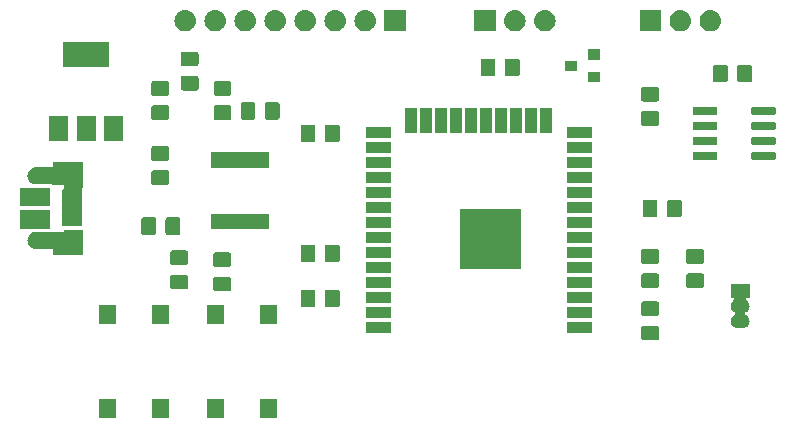
<source format=gbr>
G04 #@! TF.GenerationSoftware,KiCad,Pcbnew,(5.1.4)-1*
G04 #@! TF.CreationDate,2020-02-15T22:34:10+00:00*
G04 #@! TF.ProjectId,ESP32-Telemetry,45535033-322d-4546-956c-656d65747279,rev?*
G04 #@! TF.SameCoordinates,Original*
G04 #@! TF.FileFunction,Soldermask,Top*
G04 #@! TF.FilePolarity,Negative*
%FSLAX46Y46*%
G04 Gerber Fmt 4.6, Leading zero omitted, Abs format (unit mm)*
G04 Created by KiCad (PCBNEW (5.1.4)-1) date 2020-02-15 22:34:10*
%MOMM*%
%LPD*%
G04 APERTURE LIST*
%ADD10C,0.100000*%
G04 APERTURE END LIST*
D10*
G36*
X125887000Y-105390000D02*
G01*
X124485000Y-105390000D01*
X124485000Y-103738000D01*
X125887000Y-103738000D01*
X125887000Y-105390000D01*
X125887000Y-105390000D01*
G37*
G36*
X121387000Y-105390000D02*
G01*
X119985000Y-105390000D01*
X119985000Y-103738000D01*
X121387000Y-103738000D01*
X121387000Y-105390000D01*
X121387000Y-105390000D01*
G37*
G36*
X116743000Y-105390000D02*
G01*
X115341000Y-105390000D01*
X115341000Y-103738000D01*
X116743000Y-103738000D01*
X116743000Y-105390000D01*
X116743000Y-105390000D01*
G37*
G36*
X112243000Y-105390000D02*
G01*
X110841000Y-105390000D01*
X110841000Y-103738000D01*
X112243000Y-103738000D01*
X112243000Y-105390000D01*
X112243000Y-105390000D01*
G37*
G36*
X158068674Y-97558465D02*
G01*
X158106367Y-97569899D01*
X158141103Y-97588466D01*
X158171548Y-97613452D01*
X158196534Y-97643897D01*
X158215101Y-97678633D01*
X158226535Y-97716326D01*
X158231000Y-97761661D01*
X158231000Y-98598339D01*
X158226535Y-98643674D01*
X158215101Y-98681367D01*
X158196534Y-98716103D01*
X158171548Y-98746548D01*
X158141103Y-98771534D01*
X158106367Y-98790101D01*
X158068674Y-98801535D01*
X158023339Y-98806000D01*
X156936661Y-98806000D01*
X156891326Y-98801535D01*
X156853633Y-98790101D01*
X156818897Y-98771534D01*
X156788452Y-98746548D01*
X156763466Y-98716103D01*
X156744899Y-98681367D01*
X156733465Y-98643674D01*
X156729000Y-98598339D01*
X156729000Y-97761661D01*
X156733465Y-97716326D01*
X156744899Y-97678633D01*
X156763466Y-97643897D01*
X156788452Y-97613452D01*
X156818897Y-97588466D01*
X156853633Y-97569899D01*
X156891326Y-97558465D01*
X156936661Y-97554000D01*
X158023339Y-97554000D01*
X158068674Y-97558465D01*
X158068674Y-97558465D01*
G37*
G36*
X152527600Y-98217000D02*
G01*
X150425600Y-98217000D01*
X150425600Y-97215000D01*
X152527600Y-97215000D01*
X152527600Y-98217000D01*
X152527600Y-98217000D01*
G37*
G36*
X135527600Y-98217000D02*
G01*
X133425600Y-98217000D01*
X133425600Y-97215000D01*
X135527600Y-97215000D01*
X135527600Y-98217000D01*
X135527600Y-98217000D01*
G37*
G36*
X165901000Y-95191000D02*
G01*
X165736660Y-95191000D01*
X165712274Y-95193402D01*
X165688825Y-95200515D01*
X165667214Y-95212066D01*
X165648272Y-95227611D01*
X165632727Y-95246553D01*
X165621176Y-95268164D01*
X165614063Y-95291613D01*
X165611661Y-95315999D01*
X165614063Y-95340385D01*
X165621176Y-95363834D01*
X165632727Y-95385445D01*
X165648272Y-95404387D01*
X165657345Y-95412609D01*
X165734264Y-95475736D01*
X165806244Y-95563443D01*
X165839126Y-95624962D01*
X165859728Y-95663505D01*
X165859729Y-95663508D01*
X165892666Y-95772084D01*
X165903787Y-95885000D01*
X165892666Y-95997916D01*
X165859729Y-96106492D01*
X165859728Y-96106495D01*
X165840429Y-96142601D01*
X165806244Y-96206557D01*
X165734264Y-96294264D01*
X165646557Y-96366244D01*
X165565141Y-96409761D01*
X165544766Y-96423375D01*
X165527439Y-96440702D01*
X165513826Y-96461076D01*
X165504448Y-96483715D01*
X165499668Y-96507748D01*
X165499668Y-96532252D01*
X165504448Y-96556285D01*
X165513826Y-96578924D01*
X165527440Y-96599299D01*
X165544767Y-96616626D01*
X165565141Y-96630239D01*
X165646557Y-96673756D01*
X165734264Y-96745736D01*
X165806244Y-96833443D01*
X165840429Y-96897399D01*
X165859728Y-96933505D01*
X165859729Y-96933508D01*
X165892666Y-97042084D01*
X165903787Y-97155000D01*
X165892666Y-97267916D01*
X165859729Y-97376492D01*
X165859728Y-97376495D01*
X165840429Y-97412601D01*
X165806244Y-97476557D01*
X165734264Y-97564264D01*
X165646557Y-97636244D01*
X165582601Y-97670429D01*
X165546495Y-97689728D01*
X165546492Y-97689729D01*
X165437916Y-97722666D01*
X165353298Y-97731000D01*
X164846702Y-97731000D01*
X164762084Y-97722666D01*
X164653508Y-97689729D01*
X164653505Y-97689728D01*
X164617399Y-97670429D01*
X164553443Y-97636244D01*
X164465736Y-97564264D01*
X164393756Y-97476557D01*
X164359571Y-97412601D01*
X164340272Y-97376495D01*
X164340271Y-97376492D01*
X164307334Y-97267916D01*
X164296213Y-97155000D01*
X164307334Y-97042084D01*
X164340271Y-96933508D01*
X164340272Y-96933505D01*
X164359571Y-96897399D01*
X164393756Y-96833443D01*
X164465736Y-96745736D01*
X164553443Y-96673756D01*
X164634859Y-96630239D01*
X164655234Y-96616625D01*
X164672561Y-96599298D01*
X164686174Y-96578924D01*
X164695552Y-96556285D01*
X164700332Y-96532252D01*
X164700332Y-96507748D01*
X164695552Y-96483715D01*
X164686174Y-96461076D01*
X164672560Y-96440701D01*
X164655233Y-96423374D01*
X164634859Y-96409761D01*
X164553443Y-96366244D01*
X164465736Y-96294264D01*
X164393756Y-96206557D01*
X164359571Y-96142601D01*
X164340272Y-96106495D01*
X164340271Y-96106492D01*
X164307334Y-95997916D01*
X164296213Y-95885000D01*
X164307334Y-95772084D01*
X164340271Y-95663508D01*
X164340272Y-95663505D01*
X164360874Y-95624962D01*
X164393756Y-95563443D01*
X164465736Y-95475736D01*
X164542646Y-95412617D01*
X164559965Y-95395298D01*
X164573579Y-95374923D01*
X164582957Y-95352284D01*
X164587737Y-95328251D01*
X164587737Y-95303747D01*
X164582957Y-95279714D01*
X164573579Y-95257075D01*
X164559966Y-95236701D01*
X164542639Y-95219374D01*
X164522264Y-95205760D01*
X164499625Y-95196382D01*
X164475592Y-95191602D01*
X164463340Y-95191000D01*
X164299000Y-95191000D01*
X164299000Y-94039000D01*
X165901000Y-94039000D01*
X165901000Y-95191000D01*
X165901000Y-95191000D01*
G37*
G36*
X121387000Y-97430000D02*
G01*
X119985000Y-97430000D01*
X119985000Y-95778000D01*
X121387000Y-95778000D01*
X121387000Y-97430000D01*
X121387000Y-97430000D01*
G37*
G36*
X125887000Y-97430000D02*
G01*
X124485000Y-97430000D01*
X124485000Y-95778000D01*
X125887000Y-95778000D01*
X125887000Y-97430000D01*
X125887000Y-97430000D01*
G37*
G36*
X116743000Y-97430000D02*
G01*
X115341000Y-97430000D01*
X115341000Y-95778000D01*
X116743000Y-95778000D01*
X116743000Y-97430000D01*
X116743000Y-97430000D01*
G37*
G36*
X112243000Y-97430000D02*
G01*
X110841000Y-97430000D01*
X110841000Y-95778000D01*
X112243000Y-95778000D01*
X112243000Y-97430000D01*
X112243000Y-97430000D01*
G37*
G36*
X135527600Y-96947000D02*
G01*
X133425600Y-96947000D01*
X133425600Y-95945000D01*
X135527600Y-95945000D01*
X135527600Y-96947000D01*
X135527600Y-96947000D01*
G37*
G36*
X152527600Y-96947000D02*
G01*
X150425600Y-96947000D01*
X150425600Y-95945000D01*
X152527600Y-95945000D01*
X152527600Y-96947000D01*
X152527600Y-96947000D01*
G37*
G36*
X158068674Y-95508465D02*
G01*
X158106367Y-95519899D01*
X158141103Y-95538466D01*
X158171548Y-95563452D01*
X158196534Y-95593897D01*
X158215101Y-95628633D01*
X158226535Y-95666326D01*
X158231000Y-95711661D01*
X158231000Y-96548339D01*
X158226535Y-96593674D01*
X158215101Y-96631367D01*
X158196534Y-96666103D01*
X158171548Y-96696548D01*
X158141103Y-96721534D01*
X158106367Y-96740101D01*
X158068674Y-96751535D01*
X158023339Y-96756000D01*
X156936661Y-96756000D01*
X156891326Y-96751535D01*
X156853633Y-96740101D01*
X156818897Y-96721534D01*
X156788452Y-96696548D01*
X156763466Y-96666103D01*
X156744899Y-96631367D01*
X156733465Y-96593674D01*
X156729000Y-96548339D01*
X156729000Y-95711661D01*
X156733465Y-95666326D01*
X156744899Y-95628633D01*
X156763466Y-95593897D01*
X156788452Y-95563452D01*
X156818897Y-95538466D01*
X156853633Y-95519899D01*
X156891326Y-95508465D01*
X156936661Y-95504000D01*
X158023339Y-95504000D01*
X158068674Y-95508465D01*
X158068674Y-95508465D01*
G37*
G36*
X128978674Y-94503465D02*
G01*
X129016367Y-94514899D01*
X129051103Y-94533466D01*
X129081548Y-94558452D01*
X129106534Y-94588897D01*
X129125101Y-94623633D01*
X129136535Y-94661326D01*
X129141000Y-94706661D01*
X129141000Y-95793339D01*
X129136535Y-95838674D01*
X129125101Y-95876367D01*
X129106534Y-95911103D01*
X129081548Y-95941548D01*
X129051103Y-95966534D01*
X129016367Y-95985101D01*
X128978674Y-95996535D01*
X128933339Y-96001000D01*
X128096661Y-96001000D01*
X128051326Y-95996535D01*
X128013633Y-95985101D01*
X127978897Y-95966534D01*
X127948452Y-95941548D01*
X127923466Y-95911103D01*
X127904899Y-95876367D01*
X127893465Y-95838674D01*
X127889000Y-95793339D01*
X127889000Y-94706661D01*
X127893465Y-94661326D01*
X127904899Y-94623633D01*
X127923466Y-94588897D01*
X127948452Y-94558452D01*
X127978897Y-94533466D01*
X128013633Y-94514899D01*
X128051326Y-94503465D01*
X128096661Y-94499000D01*
X128933339Y-94499000D01*
X128978674Y-94503465D01*
X128978674Y-94503465D01*
G37*
G36*
X131028674Y-94503465D02*
G01*
X131066367Y-94514899D01*
X131101103Y-94533466D01*
X131131548Y-94558452D01*
X131156534Y-94588897D01*
X131175101Y-94623633D01*
X131186535Y-94661326D01*
X131191000Y-94706661D01*
X131191000Y-95793339D01*
X131186535Y-95838674D01*
X131175101Y-95876367D01*
X131156534Y-95911103D01*
X131131548Y-95941548D01*
X131101103Y-95966534D01*
X131066367Y-95985101D01*
X131028674Y-95996535D01*
X130983339Y-96001000D01*
X130146661Y-96001000D01*
X130101326Y-95996535D01*
X130063633Y-95985101D01*
X130028897Y-95966534D01*
X129998452Y-95941548D01*
X129973466Y-95911103D01*
X129954899Y-95876367D01*
X129943465Y-95838674D01*
X129939000Y-95793339D01*
X129939000Y-94706661D01*
X129943465Y-94661326D01*
X129954899Y-94623633D01*
X129973466Y-94588897D01*
X129998452Y-94558452D01*
X130028897Y-94533466D01*
X130063633Y-94514899D01*
X130101326Y-94503465D01*
X130146661Y-94499000D01*
X130983339Y-94499000D01*
X131028674Y-94503465D01*
X131028674Y-94503465D01*
G37*
G36*
X152527600Y-95677000D02*
G01*
X150425600Y-95677000D01*
X150425600Y-94675000D01*
X152527600Y-94675000D01*
X152527600Y-95677000D01*
X152527600Y-95677000D01*
G37*
G36*
X135527600Y-95677000D02*
G01*
X133425600Y-95677000D01*
X133425600Y-94675000D01*
X135527600Y-94675000D01*
X135527600Y-95677000D01*
X135527600Y-95677000D01*
G37*
G36*
X121838674Y-93403465D02*
G01*
X121876367Y-93414899D01*
X121911103Y-93433466D01*
X121941548Y-93458452D01*
X121966534Y-93488897D01*
X121985101Y-93523633D01*
X121996535Y-93561326D01*
X122001000Y-93606661D01*
X122001000Y-94443339D01*
X121996535Y-94488674D01*
X121985101Y-94526367D01*
X121966534Y-94561103D01*
X121941548Y-94591548D01*
X121911103Y-94616534D01*
X121876367Y-94635101D01*
X121838674Y-94646535D01*
X121793339Y-94651000D01*
X120706661Y-94651000D01*
X120661326Y-94646535D01*
X120623633Y-94635101D01*
X120588897Y-94616534D01*
X120558452Y-94591548D01*
X120533466Y-94561103D01*
X120514899Y-94526367D01*
X120503465Y-94488674D01*
X120499000Y-94443339D01*
X120499000Y-93606661D01*
X120503465Y-93561326D01*
X120514899Y-93523633D01*
X120533466Y-93488897D01*
X120558452Y-93458452D01*
X120588897Y-93433466D01*
X120623633Y-93414899D01*
X120661326Y-93403465D01*
X120706661Y-93399000D01*
X121793339Y-93399000D01*
X121838674Y-93403465D01*
X121838674Y-93403465D01*
G37*
G36*
X118190674Y-93240465D02*
G01*
X118228367Y-93251899D01*
X118263103Y-93270466D01*
X118293548Y-93295452D01*
X118318534Y-93325897D01*
X118337101Y-93360633D01*
X118348535Y-93398326D01*
X118353000Y-93443661D01*
X118353000Y-94280339D01*
X118348535Y-94325674D01*
X118337101Y-94363367D01*
X118318534Y-94398103D01*
X118293548Y-94428548D01*
X118263103Y-94453534D01*
X118228367Y-94472101D01*
X118190674Y-94483535D01*
X118145339Y-94488000D01*
X117058661Y-94488000D01*
X117013326Y-94483535D01*
X116975633Y-94472101D01*
X116940897Y-94453534D01*
X116910452Y-94428548D01*
X116885466Y-94398103D01*
X116866899Y-94363367D01*
X116855465Y-94325674D01*
X116851000Y-94280339D01*
X116851000Y-93443661D01*
X116855465Y-93398326D01*
X116866899Y-93360633D01*
X116885466Y-93325897D01*
X116910452Y-93295452D01*
X116940897Y-93270466D01*
X116975633Y-93251899D01*
X117013326Y-93240465D01*
X117058661Y-93236000D01*
X118145339Y-93236000D01*
X118190674Y-93240465D01*
X118190674Y-93240465D01*
G37*
G36*
X135527600Y-94407000D02*
G01*
X133425600Y-94407000D01*
X133425600Y-93405000D01*
X135527600Y-93405000D01*
X135527600Y-94407000D01*
X135527600Y-94407000D01*
G37*
G36*
X152527600Y-94407000D02*
G01*
X150425600Y-94407000D01*
X150425600Y-93405000D01*
X152527600Y-93405000D01*
X152527600Y-94407000D01*
X152527600Y-94407000D01*
G37*
G36*
X161878674Y-93113465D02*
G01*
X161916367Y-93124899D01*
X161951103Y-93143466D01*
X161981548Y-93168452D01*
X162006534Y-93198897D01*
X162025101Y-93233633D01*
X162036535Y-93271326D01*
X162041000Y-93316661D01*
X162041000Y-94153339D01*
X162036535Y-94198674D01*
X162025101Y-94236367D01*
X162006534Y-94271103D01*
X161981548Y-94301548D01*
X161951103Y-94326534D01*
X161916367Y-94345101D01*
X161878674Y-94356535D01*
X161833339Y-94361000D01*
X160746661Y-94361000D01*
X160701326Y-94356535D01*
X160663633Y-94345101D01*
X160628897Y-94326534D01*
X160598452Y-94301548D01*
X160573466Y-94271103D01*
X160554899Y-94236367D01*
X160543465Y-94198674D01*
X160539000Y-94153339D01*
X160539000Y-93316661D01*
X160543465Y-93271326D01*
X160554899Y-93233633D01*
X160573466Y-93198897D01*
X160598452Y-93168452D01*
X160628897Y-93143466D01*
X160663633Y-93124899D01*
X160701326Y-93113465D01*
X160746661Y-93109000D01*
X161833339Y-93109000D01*
X161878674Y-93113465D01*
X161878674Y-93113465D01*
G37*
G36*
X158068674Y-93113465D02*
G01*
X158106367Y-93124899D01*
X158141103Y-93143466D01*
X158171548Y-93168452D01*
X158196534Y-93198897D01*
X158215101Y-93233633D01*
X158226535Y-93271326D01*
X158231000Y-93316661D01*
X158231000Y-94153339D01*
X158226535Y-94198674D01*
X158215101Y-94236367D01*
X158196534Y-94271103D01*
X158171548Y-94301548D01*
X158141103Y-94326534D01*
X158106367Y-94345101D01*
X158068674Y-94356535D01*
X158023339Y-94361000D01*
X156936661Y-94361000D01*
X156891326Y-94356535D01*
X156853633Y-94345101D01*
X156818897Y-94326534D01*
X156788452Y-94301548D01*
X156763466Y-94271103D01*
X156744899Y-94236367D01*
X156733465Y-94198674D01*
X156729000Y-94153339D01*
X156729000Y-93316661D01*
X156733465Y-93271326D01*
X156744899Y-93233633D01*
X156763466Y-93198897D01*
X156788452Y-93168452D01*
X156818897Y-93143466D01*
X156853633Y-93124899D01*
X156891326Y-93113465D01*
X156936661Y-93109000D01*
X158023339Y-93109000D01*
X158068674Y-93113465D01*
X158068674Y-93113465D01*
G37*
G36*
X135527600Y-93137000D02*
G01*
X133425600Y-93137000D01*
X133425600Y-92135000D01*
X135527600Y-92135000D01*
X135527600Y-93137000D01*
X135527600Y-93137000D01*
G37*
G36*
X152527600Y-93137000D02*
G01*
X150425600Y-93137000D01*
X150425600Y-92135000D01*
X152527600Y-92135000D01*
X152527600Y-93137000D01*
X152527600Y-93137000D01*
G37*
G36*
X146527600Y-92767000D02*
G01*
X141425600Y-92767000D01*
X141425600Y-87665000D01*
X146527600Y-87665000D01*
X146527600Y-92767000D01*
X146527600Y-92767000D01*
G37*
G36*
X121838674Y-91353465D02*
G01*
X121876367Y-91364899D01*
X121911103Y-91383466D01*
X121941548Y-91408452D01*
X121966534Y-91438897D01*
X121985101Y-91473633D01*
X121996535Y-91511326D01*
X122001000Y-91556661D01*
X122001000Y-92393339D01*
X121996535Y-92438674D01*
X121985101Y-92476367D01*
X121966534Y-92511103D01*
X121941548Y-92541548D01*
X121911103Y-92566534D01*
X121876367Y-92585101D01*
X121838674Y-92596535D01*
X121793339Y-92601000D01*
X120706661Y-92601000D01*
X120661326Y-92596535D01*
X120623633Y-92585101D01*
X120588897Y-92566534D01*
X120558452Y-92541548D01*
X120533466Y-92511103D01*
X120514899Y-92476367D01*
X120503465Y-92438674D01*
X120499000Y-92393339D01*
X120499000Y-91556661D01*
X120503465Y-91511326D01*
X120514899Y-91473633D01*
X120533466Y-91438897D01*
X120558452Y-91408452D01*
X120588897Y-91383466D01*
X120623633Y-91364899D01*
X120661326Y-91353465D01*
X120706661Y-91349000D01*
X121793339Y-91349000D01*
X121838674Y-91353465D01*
X121838674Y-91353465D01*
G37*
G36*
X118190674Y-91190465D02*
G01*
X118228367Y-91201899D01*
X118263103Y-91220466D01*
X118293548Y-91245452D01*
X118318534Y-91275897D01*
X118337101Y-91310633D01*
X118348535Y-91348326D01*
X118353000Y-91393661D01*
X118353000Y-92230339D01*
X118348535Y-92275674D01*
X118337101Y-92313367D01*
X118318534Y-92348103D01*
X118293548Y-92378548D01*
X118263103Y-92403534D01*
X118228367Y-92422101D01*
X118190674Y-92433535D01*
X118145339Y-92438000D01*
X117058661Y-92438000D01*
X117013326Y-92433535D01*
X116975633Y-92422101D01*
X116940897Y-92403534D01*
X116910452Y-92378548D01*
X116885466Y-92348103D01*
X116866899Y-92313367D01*
X116855465Y-92275674D01*
X116851000Y-92230339D01*
X116851000Y-91393661D01*
X116855465Y-91348326D01*
X116866899Y-91310633D01*
X116885466Y-91275897D01*
X116910452Y-91245452D01*
X116940897Y-91220466D01*
X116975633Y-91201899D01*
X117013326Y-91190465D01*
X117058661Y-91186000D01*
X118145339Y-91186000D01*
X118190674Y-91190465D01*
X118190674Y-91190465D01*
G37*
G36*
X161878674Y-91063465D02*
G01*
X161916367Y-91074899D01*
X161951103Y-91093466D01*
X161981548Y-91118452D01*
X162006534Y-91148897D01*
X162025101Y-91183633D01*
X162036535Y-91221326D01*
X162041000Y-91266661D01*
X162041000Y-92103339D01*
X162036535Y-92148674D01*
X162025101Y-92186367D01*
X162006534Y-92221103D01*
X161981548Y-92251548D01*
X161951103Y-92276534D01*
X161916367Y-92295101D01*
X161878674Y-92306535D01*
X161833339Y-92311000D01*
X160746661Y-92311000D01*
X160701326Y-92306535D01*
X160663633Y-92295101D01*
X160628897Y-92276534D01*
X160598452Y-92251548D01*
X160573466Y-92221103D01*
X160554899Y-92186367D01*
X160543465Y-92148674D01*
X160539000Y-92103339D01*
X160539000Y-91266661D01*
X160543465Y-91221326D01*
X160554899Y-91183633D01*
X160573466Y-91148897D01*
X160598452Y-91118452D01*
X160628897Y-91093466D01*
X160663633Y-91074899D01*
X160701326Y-91063465D01*
X160746661Y-91059000D01*
X161833339Y-91059000D01*
X161878674Y-91063465D01*
X161878674Y-91063465D01*
G37*
G36*
X158068674Y-91063465D02*
G01*
X158106367Y-91074899D01*
X158141103Y-91093466D01*
X158171548Y-91118452D01*
X158196534Y-91148897D01*
X158215101Y-91183633D01*
X158226535Y-91221326D01*
X158231000Y-91266661D01*
X158231000Y-92103339D01*
X158226535Y-92148674D01*
X158215101Y-92186367D01*
X158196534Y-92221103D01*
X158171548Y-92251548D01*
X158141103Y-92276534D01*
X158106367Y-92295101D01*
X158068674Y-92306535D01*
X158023339Y-92311000D01*
X156936661Y-92311000D01*
X156891326Y-92306535D01*
X156853633Y-92295101D01*
X156818897Y-92276534D01*
X156788452Y-92251548D01*
X156763466Y-92221103D01*
X156744899Y-92186367D01*
X156733465Y-92148674D01*
X156729000Y-92103339D01*
X156729000Y-91266661D01*
X156733465Y-91221326D01*
X156744899Y-91183633D01*
X156763466Y-91148897D01*
X156788452Y-91118452D01*
X156818897Y-91093466D01*
X156853633Y-91074899D01*
X156891326Y-91063465D01*
X156936661Y-91059000D01*
X158023339Y-91059000D01*
X158068674Y-91063465D01*
X158068674Y-91063465D01*
G37*
G36*
X128978674Y-90693465D02*
G01*
X129016367Y-90704899D01*
X129051103Y-90723466D01*
X129081548Y-90748452D01*
X129106534Y-90778897D01*
X129125101Y-90813633D01*
X129136535Y-90851326D01*
X129141000Y-90896661D01*
X129141000Y-91983339D01*
X129136535Y-92028674D01*
X129125101Y-92066367D01*
X129106534Y-92101103D01*
X129081548Y-92131548D01*
X129051103Y-92156534D01*
X129016367Y-92175101D01*
X128978674Y-92186535D01*
X128933339Y-92191000D01*
X128096661Y-92191000D01*
X128051326Y-92186535D01*
X128013633Y-92175101D01*
X127978897Y-92156534D01*
X127948452Y-92131548D01*
X127923466Y-92101103D01*
X127904899Y-92066367D01*
X127893465Y-92028674D01*
X127889000Y-91983339D01*
X127889000Y-90896661D01*
X127893465Y-90851326D01*
X127904899Y-90813633D01*
X127923466Y-90778897D01*
X127948452Y-90748452D01*
X127978897Y-90723466D01*
X128013633Y-90704899D01*
X128051326Y-90693465D01*
X128096661Y-90689000D01*
X128933339Y-90689000D01*
X128978674Y-90693465D01*
X128978674Y-90693465D01*
G37*
G36*
X131028674Y-90693465D02*
G01*
X131066367Y-90704899D01*
X131101103Y-90723466D01*
X131131548Y-90748452D01*
X131156534Y-90778897D01*
X131175101Y-90813633D01*
X131186535Y-90851326D01*
X131191000Y-90896661D01*
X131191000Y-91983339D01*
X131186535Y-92028674D01*
X131175101Y-92066367D01*
X131156534Y-92101103D01*
X131131548Y-92131548D01*
X131101103Y-92156534D01*
X131066367Y-92175101D01*
X131028674Y-92186535D01*
X130983339Y-92191000D01*
X130146661Y-92191000D01*
X130101326Y-92186535D01*
X130063633Y-92175101D01*
X130028897Y-92156534D01*
X129998452Y-92131548D01*
X129973466Y-92101103D01*
X129954899Y-92066367D01*
X129943465Y-92028674D01*
X129939000Y-91983339D01*
X129939000Y-90896661D01*
X129943465Y-90851326D01*
X129954899Y-90813633D01*
X129973466Y-90778897D01*
X129998452Y-90748452D01*
X130028897Y-90723466D01*
X130063633Y-90704899D01*
X130101326Y-90693465D01*
X130146661Y-90689000D01*
X130983339Y-90689000D01*
X131028674Y-90693465D01*
X131028674Y-90693465D01*
G37*
G36*
X152527600Y-91867000D02*
G01*
X150425600Y-91867000D01*
X150425600Y-90865000D01*
X152527600Y-90865000D01*
X152527600Y-91867000D01*
X152527600Y-91867000D01*
G37*
G36*
X135527600Y-91867000D02*
G01*
X133425600Y-91867000D01*
X133425600Y-90865000D01*
X135527600Y-90865000D01*
X135527600Y-91867000D01*
X135527600Y-91867000D01*
G37*
G36*
X108984418Y-89432696D02*
G01*
X109036900Y-89448617D01*
X109060933Y-89453398D01*
X109073186Y-89454000D01*
X109467600Y-89454000D01*
X109467600Y-89989341D01*
X109468202Y-90001593D01*
X109470507Y-90025000D01*
X109468202Y-90048407D01*
X109467600Y-90060659D01*
X109467600Y-91556000D01*
X107872599Y-91556000D01*
X107848213Y-91558402D01*
X107824764Y-91565515D01*
X107819179Y-91568500D01*
X106945600Y-91568500D01*
X106945600Y-91205999D01*
X106943198Y-91181613D01*
X106936085Y-91158164D01*
X106924534Y-91136553D01*
X106908989Y-91117611D01*
X106890047Y-91102066D01*
X106868436Y-91090515D01*
X106844987Y-91083402D01*
X106820601Y-91081000D01*
X105492253Y-91081000D01*
X105490047Y-91079190D01*
X105468436Y-91067639D01*
X105444987Y-91060526D01*
X105432855Y-91058726D01*
X105349279Y-91050495D01*
X105212428Y-91008981D01*
X105212425Y-91008980D01*
X105086306Y-90941568D01*
X104975757Y-90850843D01*
X104885032Y-90740294D01*
X104817620Y-90614175D01*
X104791215Y-90527130D01*
X104776105Y-90477321D01*
X104762088Y-90335000D01*
X104776105Y-90192679D01*
X104817619Y-90055828D01*
X104817620Y-90055825D01*
X104885032Y-89929706D01*
X104975757Y-89819157D01*
X105086306Y-89728432D01*
X105212425Y-89661020D01*
X105212428Y-89661019D01*
X105349279Y-89619505D01*
X105420387Y-89612502D01*
X105455940Y-89609000D01*
X105877260Y-89609000D01*
X105983922Y-89619505D01*
X105997476Y-89623617D01*
X106021509Y-89628398D01*
X106033762Y-89629000D01*
X107740601Y-89629000D01*
X107764987Y-89626598D01*
X107788436Y-89619485D01*
X107810047Y-89607934D01*
X107828989Y-89592389D01*
X107844534Y-89573447D01*
X107856085Y-89551836D01*
X107863198Y-89528387D01*
X107865600Y-89504001D01*
X107865600Y-89454000D01*
X108260014Y-89454000D01*
X108284400Y-89451598D01*
X108296300Y-89448617D01*
X108348782Y-89432696D01*
X108437081Y-89424000D01*
X108896119Y-89424000D01*
X108984418Y-89432696D01*
X108984418Y-89432696D01*
G37*
G36*
X135527600Y-90597000D02*
G01*
X133425600Y-90597000D01*
X133425600Y-89595000D01*
X135527600Y-89595000D01*
X135527600Y-90597000D01*
X135527600Y-90597000D01*
G37*
G36*
X152527600Y-90597000D02*
G01*
X150425600Y-90597000D01*
X150425600Y-89595000D01*
X152527600Y-89595000D01*
X152527600Y-90597000D01*
X152527600Y-90597000D01*
G37*
G36*
X117541274Y-88382065D02*
G01*
X117578967Y-88393499D01*
X117613703Y-88412066D01*
X117644148Y-88437052D01*
X117669134Y-88467497D01*
X117687701Y-88502233D01*
X117699135Y-88539926D01*
X117703600Y-88585261D01*
X117703600Y-89671939D01*
X117699135Y-89717274D01*
X117687701Y-89754967D01*
X117669134Y-89789703D01*
X117644148Y-89820148D01*
X117613703Y-89845134D01*
X117578967Y-89863701D01*
X117541274Y-89875135D01*
X117495939Y-89879600D01*
X116659261Y-89879600D01*
X116613926Y-89875135D01*
X116576233Y-89863701D01*
X116541497Y-89845134D01*
X116511052Y-89820148D01*
X116486066Y-89789703D01*
X116467499Y-89754967D01*
X116456065Y-89717274D01*
X116451600Y-89671939D01*
X116451600Y-88585261D01*
X116456065Y-88539926D01*
X116467499Y-88502233D01*
X116486066Y-88467497D01*
X116511052Y-88437052D01*
X116541497Y-88412066D01*
X116576233Y-88393499D01*
X116613926Y-88382065D01*
X116659261Y-88377600D01*
X117495939Y-88377600D01*
X117541274Y-88382065D01*
X117541274Y-88382065D01*
G37*
G36*
X115491274Y-88382065D02*
G01*
X115528967Y-88393499D01*
X115563703Y-88412066D01*
X115594148Y-88437052D01*
X115619134Y-88467497D01*
X115637701Y-88502233D01*
X115649135Y-88539926D01*
X115653600Y-88585261D01*
X115653600Y-89671939D01*
X115649135Y-89717274D01*
X115637701Y-89754967D01*
X115619134Y-89789703D01*
X115594148Y-89820148D01*
X115563703Y-89845134D01*
X115528967Y-89863701D01*
X115491274Y-89875135D01*
X115445939Y-89879600D01*
X114609261Y-89879600D01*
X114563926Y-89875135D01*
X114526233Y-89863701D01*
X114491497Y-89845134D01*
X114461052Y-89820148D01*
X114436066Y-89789703D01*
X114417499Y-89754967D01*
X114406065Y-89717274D01*
X114401600Y-89671939D01*
X114401600Y-88585261D01*
X114406065Y-88539926D01*
X114417499Y-88502233D01*
X114436066Y-88467497D01*
X114461052Y-88437052D01*
X114491497Y-88412066D01*
X114526233Y-88393499D01*
X114563926Y-88382065D01*
X114609261Y-88377600D01*
X115445939Y-88377600D01*
X115491274Y-88382065D01*
X115491274Y-88382065D01*
G37*
G36*
X125223500Y-89381000D02*
G01*
X120276500Y-89381000D01*
X120276500Y-88079000D01*
X125223500Y-88079000D01*
X125223500Y-89381000D01*
X125223500Y-89381000D01*
G37*
G36*
X106697600Y-89331000D02*
G01*
X104095600Y-89331000D01*
X104095600Y-87799000D01*
X106697600Y-87799000D01*
X106697600Y-89331000D01*
X106697600Y-89331000D01*
G37*
G36*
X135527600Y-89327000D02*
G01*
X133425600Y-89327000D01*
X133425600Y-88325000D01*
X135527600Y-88325000D01*
X135527600Y-89327000D01*
X135527600Y-89327000D01*
G37*
G36*
X152527600Y-89327000D02*
G01*
X150425600Y-89327000D01*
X150425600Y-88325000D01*
X152527600Y-88325000D01*
X152527600Y-89327000D01*
X152527600Y-89327000D01*
G37*
G36*
X107824764Y-83694485D02*
G01*
X107848213Y-83701598D01*
X107872599Y-83704000D01*
X109447600Y-83704000D01*
X109447600Y-85011379D01*
X109450002Y-85035765D01*
X109452983Y-85047665D01*
X109458904Y-85067182D01*
X109470507Y-85185000D01*
X109458904Y-85302818D01*
X109452983Y-85322335D01*
X109448202Y-85346368D01*
X109447600Y-85358621D01*
X109447600Y-85856759D01*
X109443666Y-85861553D01*
X109432115Y-85883164D01*
X109425002Y-85906613D01*
X109422600Y-85930999D01*
X109422600Y-89156000D01*
X107670600Y-89156000D01*
X107670600Y-86054000D01*
X107720601Y-86054000D01*
X107744987Y-86051598D01*
X107768436Y-86044485D01*
X107790047Y-86032934D01*
X107808989Y-86017389D01*
X107824534Y-85998447D01*
X107836085Y-85976836D01*
X107843198Y-85953387D01*
X107845600Y-85929001D01*
X107845600Y-85743499D01*
X107843198Y-85719113D01*
X107836085Y-85695664D01*
X107824534Y-85674053D01*
X107808989Y-85655111D01*
X107790047Y-85639566D01*
X107768436Y-85628015D01*
X107744987Y-85620902D01*
X107720601Y-85618500D01*
X106883375Y-85618500D01*
X106868436Y-85610515D01*
X106844987Y-85603402D01*
X106820601Y-85601000D01*
X105446550Y-85601000D01*
X105444987Y-85600526D01*
X105432855Y-85598726D01*
X105349279Y-85590495D01*
X105212428Y-85548981D01*
X105212425Y-85548980D01*
X105086306Y-85481568D01*
X104975757Y-85390843D01*
X104885032Y-85280294D01*
X104817620Y-85154175D01*
X104791231Y-85067184D01*
X104776105Y-85017321D01*
X104762088Y-84875000D01*
X104776105Y-84732679D01*
X104817619Y-84595828D01*
X104817620Y-84595825D01*
X104885032Y-84469706D01*
X104975757Y-84359157D01*
X105086306Y-84268432D01*
X105212425Y-84201020D01*
X105212428Y-84201019D01*
X105349279Y-84159505D01*
X105432854Y-84151274D01*
X105444286Y-84149000D01*
X106820601Y-84149000D01*
X106844987Y-84146598D01*
X106868436Y-84139485D01*
X106890047Y-84127934D01*
X106908989Y-84112389D01*
X106924534Y-84093447D01*
X106936085Y-84071836D01*
X106943198Y-84048387D01*
X106945600Y-84024001D01*
X106945600Y-83691500D01*
X107819179Y-83691500D01*
X107824764Y-83694485D01*
X107824764Y-83694485D01*
G37*
G36*
X157943674Y-86883465D02*
G01*
X157981367Y-86894899D01*
X158016103Y-86913466D01*
X158046548Y-86938452D01*
X158071534Y-86968897D01*
X158090101Y-87003633D01*
X158101535Y-87041326D01*
X158106000Y-87086661D01*
X158106000Y-88173339D01*
X158101535Y-88218674D01*
X158090101Y-88256367D01*
X158071534Y-88291103D01*
X158046548Y-88321548D01*
X158016103Y-88346534D01*
X157981367Y-88365101D01*
X157943674Y-88376535D01*
X157898339Y-88381000D01*
X157061661Y-88381000D01*
X157016326Y-88376535D01*
X156978633Y-88365101D01*
X156943897Y-88346534D01*
X156913452Y-88321548D01*
X156888466Y-88291103D01*
X156869899Y-88256367D01*
X156858465Y-88218674D01*
X156854000Y-88173339D01*
X156854000Y-87086661D01*
X156858465Y-87041326D01*
X156869899Y-87003633D01*
X156888466Y-86968897D01*
X156913452Y-86938452D01*
X156943897Y-86913466D01*
X156978633Y-86894899D01*
X157016326Y-86883465D01*
X157061661Y-86879000D01*
X157898339Y-86879000D01*
X157943674Y-86883465D01*
X157943674Y-86883465D01*
G37*
G36*
X159993674Y-86883465D02*
G01*
X160031367Y-86894899D01*
X160066103Y-86913466D01*
X160096548Y-86938452D01*
X160121534Y-86968897D01*
X160140101Y-87003633D01*
X160151535Y-87041326D01*
X160156000Y-87086661D01*
X160156000Y-88173339D01*
X160151535Y-88218674D01*
X160140101Y-88256367D01*
X160121534Y-88291103D01*
X160096548Y-88321548D01*
X160066103Y-88346534D01*
X160031367Y-88365101D01*
X159993674Y-88376535D01*
X159948339Y-88381000D01*
X159111661Y-88381000D01*
X159066326Y-88376535D01*
X159028633Y-88365101D01*
X158993897Y-88346534D01*
X158963452Y-88321548D01*
X158938466Y-88291103D01*
X158919899Y-88256367D01*
X158908465Y-88218674D01*
X158904000Y-88173339D01*
X158904000Y-87086661D01*
X158908465Y-87041326D01*
X158919899Y-87003633D01*
X158938466Y-86968897D01*
X158963452Y-86938452D01*
X158993897Y-86913466D01*
X159028633Y-86894899D01*
X159066326Y-86883465D01*
X159111661Y-86879000D01*
X159948339Y-86879000D01*
X159993674Y-86883465D01*
X159993674Y-86883465D01*
G37*
G36*
X152527600Y-88057000D02*
G01*
X150425600Y-88057000D01*
X150425600Y-87055000D01*
X152527600Y-87055000D01*
X152527600Y-88057000D01*
X152527600Y-88057000D01*
G37*
G36*
X135527600Y-88057000D02*
G01*
X133425600Y-88057000D01*
X133425600Y-87055000D01*
X135527600Y-87055000D01*
X135527600Y-88057000D01*
X135527600Y-88057000D01*
G37*
G36*
X106697600Y-87411000D02*
G01*
X104095600Y-87411000D01*
X104095600Y-85879000D01*
X106697600Y-85879000D01*
X106697600Y-87411000D01*
X106697600Y-87411000D01*
G37*
G36*
X152527600Y-86787000D02*
G01*
X150425600Y-86787000D01*
X150425600Y-85785000D01*
X152527600Y-85785000D01*
X152527600Y-86787000D01*
X152527600Y-86787000D01*
G37*
G36*
X135527600Y-86787000D02*
G01*
X133425600Y-86787000D01*
X133425600Y-85785000D01*
X135527600Y-85785000D01*
X135527600Y-86787000D01*
X135527600Y-86787000D01*
G37*
G36*
X116588674Y-84403465D02*
G01*
X116626367Y-84414899D01*
X116661103Y-84433466D01*
X116691548Y-84458452D01*
X116716534Y-84488897D01*
X116735101Y-84523633D01*
X116746535Y-84561326D01*
X116751000Y-84606661D01*
X116751000Y-85443339D01*
X116746535Y-85488674D01*
X116735101Y-85526367D01*
X116716534Y-85561103D01*
X116691548Y-85591548D01*
X116661103Y-85616534D01*
X116626367Y-85635101D01*
X116588674Y-85646535D01*
X116543339Y-85651000D01*
X115456661Y-85651000D01*
X115411326Y-85646535D01*
X115373633Y-85635101D01*
X115338897Y-85616534D01*
X115308452Y-85591548D01*
X115283466Y-85561103D01*
X115264899Y-85526367D01*
X115253465Y-85488674D01*
X115249000Y-85443339D01*
X115249000Y-84606661D01*
X115253465Y-84561326D01*
X115264899Y-84523633D01*
X115283466Y-84488897D01*
X115308452Y-84458452D01*
X115338897Y-84433466D01*
X115373633Y-84414899D01*
X115411326Y-84403465D01*
X115456661Y-84399000D01*
X116543339Y-84399000D01*
X116588674Y-84403465D01*
X116588674Y-84403465D01*
G37*
G36*
X152527600Y-85517000D02*
G01*
X150425600Y-85517000D01*
X150425600Y-84515000D01*
X152527600Y-84515000D01*
X152527600Y-85517000D01*
X152527600Y-85517000D01*
G37*
G36*
X135527600Y-85517000D02*
G01*
X133425600Y-85517000D01*
X133425600Y-84515000D01*
X135527600Y-84515000D01*
X135527600Y-85517000D01*
X135527600Y-85517000D01*
G37*
G36*
X135527600Y-84247000D02*
G01*
X133425600Y-84247000D01*
X133425600Y-83245000D01*
X135527600Y-83245000D01*
X135527600Y-84247000D01*
X135527600Y-84247000D01*
G37*
G36*
X152527600Y-84247000D02*
G01*
X150425600Y-84247000D01*
X150425600Y-83245000D01*
X152527600Y-83245000D01*
X152527600Y-84247000D01*
X152527600Y-84247000D01*
G37*
G36*
X125223500Y-84181000D02*
G01*
X120276500Y-84181000D01*
X120276500Y-82879000D01*
X125223500Y-82879000D01*
X125223500Y-84181000D01*
X125223500Y-84181000D01*
G37*
G36*
X116588674Y-82353465D02*
G01*
X116626367Y-82364899D01*
X116661103Y-82383466D01*
X116691548Y-82408452D01*
X116716534Y-82438897D01*
X116735101Y-82473633D01*
X116746535Y-82511326D01*
X116751000Y-82556661D01*
X116751000Y-83393339D01*
X116746535Y-83438674D01*
X116735101Y-83476367D01*
X116716534Y-83511103D01*
X116691548Y-83541548D01*
X116661103Y-83566534D01*
X116626367Y-83585101D01*
X116588674Y-83596535D01*
X116543339Y-83601000D01*
X115456661Y-83601000D01*
X115411326Y-83596535D01*
X115373633Y-83585101D01*
X115338897Y-83566534D01*
X115308452Y-83541548D01*
X115283466Y-83511103D01*
X115264899Y-83476367D01*
X115253465Y-83438674D01*
X115249000Y-83393339D01*
X115249000Y-82556661D01*
X115253465Y-82511326D01*
X115264899Y-82473633D01*
X115283466Y-82438897D01*
X115308452Y-82408452D01*
X115338897Y-82383466D01*
X115373633Y-82364899D01*
X115411326Y-82353465D01*
X115456661Y-82349000D01*
X116543339Y-82349000D01*
X116588674Y-82353465D01*
X116588674Y-82353465D01*
G37*
G36*
X168024928Y-82836764D02*
G01*
X168046009Y-82843160D01*
X168065445Y-82853548D01*
X168082476Y-82867524D01*
X168096452Y-82884555D01*
X168106840Y-82903991D01*
X168113236Y-82925072D01*
X168116000Y-82953140D01*
X168116000Y-83416860D01*
X168113236Y-83444928D01*
X168106840Y-83466009D01*
X168096452Y-83485445D01*
X168082476Y-83502476D01*
X168065445Y-83516452D01*
X168046009Y-83526840D01*
X168024928Y-83533236D01*
X167996860Y-83536000D01*
X166183140Y-83536000D01*
X166155072Y-83533236D01*
X166133991Y-83526840D01*
X166114555Y-83516452D01*
X166097524Y-83502476D01*
X166083548Y-83485445D01*
X166073160Y-83466009D01*
X166066764Y-83444928D01*
X166064000Y-83416860D01*
X166064000Y-82953140D01*
X166066764Y-82925072D01*
X166073160Y-82903991D01*
X166083548Y-82884555D01*
X166097524Y-82867524D01*
X166114555Y-82853548D01*
X166133991Y-82843160D01*
X166155072Y-82836764D01*
X166183140Y-82834000D01*
X167996860Y-82834000D01*
X168024928Y-82836764D01*
X168024928Y-82836764D01*
G37*
G36*
X163074928Y-82836764D02*
G01*
X163096009Y-82843160D01*
X163115445Y-82853548D01*
X163132476Y-82867524D01*
X163146452Y-82884555D01*
X163156840Y-82903991D01*
X163163236Y-82925072D01*
X163166000Y-82953140D01*
X163166000Y-83416860D01*
X163163236Y-83444928D01*
X163156840Y-83466009D01*
X163146452Y-83485445D01*
X163132476Y-83502476D01*
X163115445Y-83516452D01*
X163096009Y-83526840D01*
X163074928Y-83533236D01*
X163046860Y-83536000D01*
X161233140Y-83536000D01*
X161205072Y-83533236D01*
X161183991Y-83526840D01*
X161164555Y-83516452D01*
X161147524Y-83502476D01*
X161133548Y-83485445D01*
X161123160Y-83466009D01*
X161116764Y-83444928D01*
X161114000Y-83416860D01*
X161114000Y-82953140D01*
X161116764Y-82925072D01*
X161123160Y-82903991D01*
X161133548Y-82884555D01*
X161147524Y-82867524D01*
X161164555Y-82853548D01*
X161183991Y-82843160D01*
X161205072Y-82836764D01*
X161233140Y-82834000D01*
X163046860Y-82834000D01*
X163074928Y-82836764D01*
X163074928Y-82836764D01*
G37*
G36*
X135527600Y-82977000D02*
G01*
X133425600Y-82977000D01*
X133425600Y-81975000D01*
X135527600Y-81975000D01*
X135527600Y-82977000D01*
X135527600Y-82977000D01*
G37*
G36*
X152527600Y-82977000D02*
G01*
X150425600Y-82977000D01*
X150425600Y-81975000D01*
X152527600Y-81975000D01*
X152527600Y-82977000D01*
X152527600Y-82977000D01*
G37*
G36*
X163074928Y-81566764D02*
G01*
X163096009Y-81573160D01*
X163115445Y-81583548D01*
X163132476Y-81597524D01*
X163146452Y-81614555D01*
X163156840Y-81633991D01*
X163163236Y-81655072D01*
X163166000Y-81683140D01*
X163166000Y-82146860D01*
X163163236Y-82174928D01*
X163156840Y-82196009D01*
X163146452Y-82215445D01*
X163132476Y-82232476D01*
X163115445Y-82246452D01*
X163096009Y-82256840D01*
X163074928Y-82263236D01*
X163046860Y-82266000D01*
X161233140Y-82266000D01*
X161205072Y-82263236D01*
X161183991Y-82256840D01*
X161164555Y-82246452D01*
X161147524Y-82232476D01*
X161133548Y-82215445D01*
X161123160Y-82196009D01*
X161116764Y-82174928D01*
X161114000Y-82146860D01*
X161114000Y-81683140D01*
X161116764Y-81655072D01*
X161123160Y-81633991D01*
X161133548Y-81614555D01*
X161147524Y-81597524D01*
X161164555Y-81583548D01*
X161183991Y-81573160D01*
X161205072Y-81566764D01*
X161233140Y-81564000D01*
X163046860Y-81564000D01*
X163074928Y-81566764D01*
X163074928Y-81566764D01*
G37*
G36*
X168024928Y-81566764D02*
G01*
X168046009Y-81573160D01*
X168065445Y-81583548D01*
X168082476Y-81597524D01*
X168096452Y-81614555D01*
X168106840Y-81633991D01*
X168113236Y-81655072D01*
X168116000Y-81683140D01*
X168116000Y-82146860D01*
X168113236Y-82174928D01*
X168106840Y-82196009D01*
X168096452Y-82215445D01*
X168082476Y-82232476D01*
X168065445Y-82246452D01*
X168046009Y-82256840D01*
X168024928Y-82263236D01*
X167996860Y-82266000D01*
X166183140Y-82266000D01*
X166155072Y-82263236D01*
X166133991Y-82256840D01*
X166114555Y-82246452D01*
X166097524Y-82232476D01*
X166083548Y-82215445D01*
X166073160Y-82196009D01*
X166066764Y-82174928D01*
X166064000Y-82146860D01*
X166064000Y-81683140D01*
X166066764Y-81655072D01*
X166073160Y-81633991D01*
X166083548Y-81614555D01*
X166097524Y-81597524D01*
X166114555Y-81583548D01*
X166133991Y-81573160D01*
X166155072Y-81566764D01*
X166183140Y-81564000D01*
X167996860Y-81564000D01*
X168024928Y-81566764D01*
X168024928Y-81566764D01*
G37*
G36*
X128978674Y-80533465D02*
G01*
X129016367Y-80544899D01*
X129051103Y-80563466D01*
X129081548Y-80588452D01*
X129106534Y-80618897D01*
X129125101Y-80653633D01*
X129136535Y-80691326D01*
X129141000Y-80736661D01*
X129141000Y-81823339D01*
X129136535Y-81868674D01*
X129125101Y-81906367D01*
X129106534Y-81941103D01*
X129081548Y-81971548D01*
X129051103Y-81996534D01*
X129016367Y-82015101D01*
X128978674Y-82026535D01*
X128933339Y-82031000D01*
X128096661Y-82031000D01*
X128051326Y-82026535D01*
X128013633Y-82015101D01*
X127978897Y-81996534D01*
X127948452Y-81971548D01*
X127923466Y-81941103D01*
X127904899Y-81906367D01*
X127893465Y-81868674D01*
X127889000Y-81823339D01*
X127889000Y-80736661D01*
X127893465Y-80691326D01*
X127904899Y-80653633D01*
X127923466Y-80618897D01*
X127948452Y-80588452D01*
X127978897Y-80563466D01*
X128013633Y-80544899D01*
X128051326Y-80533465D01*
X128096661Y-80529000D01*
X128933339Y-80529000D01*
X128978674Y-80533465D01*
X128978674Y-80533465D01*
G37*
G36*
X131028674Y-80533465D02*
G01*
X131066367Y-80544899D01*
X131101103Y-80563466D01*
X131131548Y-80588452D01*
X131156534Y-80618897D01*
X131175101Y-80653633D01*
X131186535Y-80691326D01*
X131191000Y-80736661D01*
X131191000Y-81823339D01*
X131186535Y-81868674D01*
X131175101Y-81906367D01*
X131156534Y-81941103D01*
X131131548Y-81971548D01*
X131101103Y-81996534D01*
X131066367Y-82015101D01*
X131028674Y-82026535D01*
X130983339Y-82031000D01*
X130146661Y-82031000D01*
X130101326Y-82026535D01*
X130063633Y-82015101D01*
X130028897Y-81996534D01*
X129998452Y-81971548D01*
X129973466Y-81941103D01*
X129954899Y-81906367D01*
X129943465Y-81868674D01*
X129939000Y-81823339D01*
X129939000Y-80736661D01*
X129943465Y-80691326D01*
X129954899Y-80653633D01*
X129973466Y-80618897D01*
X129998452Y-80588452D01*
X130028897Y-80563466D01*
X130063633Y-80544899D01*
X130101326Y-80533465D01*
X130146661Y-80529000D01*
X130983339Y-80529000D01*
X131028674Y-80533465D01*
X131028674Y-80533465D01*
G37*
G36*
X108229000Y-81925000D02*
G01*
X106627000Y-81925000D01*
X106627000Y-79823000D01*
X108229000Y-79823000D01*
X108229000Y-81925000D01*
X108229000Y-81925000D01*
G37*
G36*
X110529000Y-81925000D02*
G01*
X108927000Y-81925000D01*
X108927000Y-79823000D01*
X110529000Y-79823000D01*
X110529000Y-81925000D01*
X110529000Y-81925000D01*
G37*
G36*
X112829000Y-81925000D02*
G01*
X111227000Y-81925000D01*
X111227000Y-79823000D01*
X112829000Y-79823000D01*
X112829000Y-81925000D01*
X112829000Y-81925000D01*
G37*
G36*
X135527600Y-81707000D02*
G01*
X133425600Y-81707000D01*
X133425600Y-80705000D01*
X135527600Y-80705000D01*
X135527600Y-81707000D01*
X135527600Y-81707000D01*
G37*
G36*
X152527600Y-81707000D02*
G01*
X150425600Y-81707000D01*
X150425600Y-80705000D01*
X152527600Y-80705000D01*
X152527600Y-81707000D01*
X152527600Y-81707000D01*
G37*
G36*
X145382600Y-81257000D02*
G01*
X144380600Y-81257000D01*
X144380600Y-79155000D01*
X145382600Y-79155000D01*
X145382600Y-81257000D01*
X145382600Y-81257000D01*
G37*
G36*
X137762600Y-81257000D02*
G01*
X136760600Y-81257000D01*
X136760600Y-79155000D01*
X137762600Y-79155000D01*
X137762600Y-81257000D01*
X137762600Y-81257000D01*
G37*
G36*
X139032600Y-81257000D02*
G01*
X138030600Y-81257000D01*
X138030600Y-79155000D01*
X139032600Y-79155000D01*
X139032600Y-81257000D01*
X139032600Y-81257000D01*
G37*
G36*
X140302600Y-81257000D02*
G01*
X139300600Y-81257000D01*
X139300600Y-79155000D01*
X140302600Y-79155000D01*
X140302600Y-81257000D01*
X140302600Y-81257000D01*
G37*
G36*
X141572600Y-81257000D02*
G01*
X140570600Y-81257000D01*
X140570600Y-79155000D01*
X141572600Y-79155000D01*
X141572600Y-81257000D01*
X141572600Y-81257000D01*
G37*
G36*
X142842600Y-81257000D02*
G01*
X141840600Y-81257000D01*
X141840600Y-79155000D01*
X142842600Y-79155000D01*
X142842600Y-81257000D01*
X142842600Y-81257000D01*
G37*
G36*
X144112600Y-81257000D02*
G01*
X143110600Y-81257000D01*
X143110600Y-79155000D01*
X144112600Y-79155000D01*
X144112600Y-81257000D01*
X144112600Y-81257000D01*
G37*
G36*
X149192600Y-81257000D02*
G01*
X148190600Y-81257000D01*
X148190600Y-79155000D01*
X149192600Y-79155000D01*
X149192600Y-81257000D01*
X149192600Y-81257000D01*
G37*
G36*
X146652600Y-81257000D02*
G01*
X145650600Y-81257000D01*
X145650600Y-79155000D01*
X146652600Y-79155000D01*
X146652600Y-81257000D01*
X146652600Y-81257000D01*
G37*
G36*
X147922600Y-81257000D02*
G01*
X146920600Y-81257000D01*
X146920600Y-79155000D01*
X147922600Y-79155000D01*
X147922600Y-81257000D01*
X147922600Y-81257000D01*
G37*
G36*
X163074928Y-80296764D02*
G01*
X163096009Y-80303160D01*
X163115445Y-80313548D01*
X163132476Y-80327524D01*
X163146452Y-80344555D01*
X163156840Y-80363991D01*
X163163236Y-80385072D01*
X163166000Y-80413140D01*
X163166000Y-80876860D01*
X163163236Y-80904928D01*
X163156840Y-80926009D01*
X163146452Y-80945445D01*
X163132476Y-80962476D01*
X163115445Y-80976452D01*
X163096009Y-80986840D01*
X163074928Y-80993236D01*
X163046860Y-80996000D01*
X161233140Y-80996000D01*
X161205072Y-80993236D01*
X161183991Y-80986840D01*
X161164555Y-80976452D01*
X161147524Y-80962476D01*
X161133548Y-80945445D01*
X161123160Y-80926009D01*
X161116764Y-80904928D01*
X161114000Y-80876860D01*
X161114000Y-80413140D01*
X161116764Y-80385072D01*
X161123160Y-80363991D01*
X161133548Y-80344555D01*
X161147524Y-80327524D01*
X161164555Y-80313548D01*
X161183991Y-80303160D01*
X161205072Y-80296764D01*
X161233140Y-80294000D01*
X163046860Y-80294000D01*
X163074928Y-80296764D01*
X163074928Y-80296764D01*
G37*
G36*
X168024928Y-80296764D02*
G01*
X168046009Y-80303160D01*
X168065445Y-80313548D01*
X168082476Y-80327524D01*
X168096452Y-80344555D01*
X168106840Y-80363991D01*
X168113236Y-80385072D01*
X168116000Y-80413140D01*
X168116000Y-80876860D01*
X168113236Y-80904928D01*
X168106840Y-80926009D01*
X168096452Y-80945445D01*
X168082476Y-80962476D01*
X168065445Y-80976452D01*
X168046009Y-80986840D01*
X168024928Y-80993236D01*
X167996860Y-80996000D01*
X166183140Y-80996000D01*
X166155072Y-80993236D01*
X166133991Y-80986840D01*
X166114555Y-80976452D01*
X166097524Y-80962476D01*
X166083548Y-80945445D01*
X166073160Y-80926009D01*
X166066764Y-80904928D01*
X166064000Y-80876860D01*
X166064000Y-80413140D01*
X166066764Y-80385072D01*
X166073160Y-80363991D01*
X166083548Y-80344555D01*
X166097524Y-80327524D01*
X166114555Y-80313548D01*
X166133991Y-80303160D01*
X166155072Y-80296764D01*
X166183140Y-80294000D01*
X167996860Y-80294000D01*
X168024928Y-80296764D01*
X168024928Y-80296764D01*
G37*
G36*
X158068674Y-79388465D02*
G01*
X158106367Y-79399899D01*
X158141103Y-79418466D01*
X158171548Y-79443452D01*
X158196534Y-79473897D01*
X158215101Y-79508633D01*
X158226535Y-79546326D01*
X158231000Y-79591661D01*
X158231000Y-80428339D01*
X158226535Y-80473674D01*
X158215101Y-80511367D01*
X158196534Y-80546103D01*
X158171548Y-80576548D01*
X158141103Y-80601534D01*
X158106367Y-80620101D01*
X158068674Y-80631535D01*
X158023339Y-80636000D01*
X156936661Y-80636000D01*
X156891326Y-80631535D01*
X156853633Y-80620101D01*
X156818897Y-80601534D01*
X156788452Y-80576548D01*
X156763466Y-80546103D01*
X156744899Y-80511367D01*
X156733465Y-80473674D01*
X156729000Y-80428339D01*
X156729000Y-79591661D01*
X156733465Y-79546326D01*
X156744899Y-79508633D01*
X156763466Y-79473897D01*
X156788452Y-79443452D01*
X156818897Y-79418466D01*
X156853633Y-79399899D01*
X156891326Y-79388465D01*
X156936661Y-79384000D01*
X158023339Y-79384000D01*
X158068674Y-79388465D01*
X158068674Y-79388465D01*
G37*
G36*
X121873674Y-78903465D02*
G01*
X121911367Y-78914899D01*
X121946103Y-78933466D01*
X121976548Y-78958452D01*
X122001534Y-78988897D01*
X122020101Y-79023633D01*
X122031535Y-79061326D01*
X122036000Y-79106661D01*
X122036000Y-79943339D01*
X122031535Y-79988674D01*
X122020101Y-80026367D01*
X122001534Y-80061103D01*
X121976548Y-80091548D01*
X121946103Y-80116534D01*
X121911367Y-80135101D01*
X121873674Y-80146535D01*
X121828339Y-80151000D01*
X120741661Y-80151000D01*
X120696326Y-80146535D01*
X120658633Y-80135101D01*
X120623897Y-80116534D01*
X120593452Y-80091548D01*
X120568466Y-80061103D01*
X120549899Y-80026367D01*
X120538465Y-79988674D01*
X120534000Y-79943339D01*
X120534000Y-79106661D01*
X120538465Y-79061326D01*
X120549899Y-79023633D01*
X120568466Y-78988897D01*
X120593452Y-78958452D01*
X120623897Y-78933466D01*
X120658633Y-78914899D01*
X120696326Y-78903465D01*
X120741661Y-78899000D01*
X121828339Y-78899000D01*
X121873674Y-78903465D01*
X121873674Y-78903465D01*
G37*
G36*
X116588674Y-78903465D02*
G01*
X116626367Y-78914899D01*
X116661103Y-78933466D01*
X116691548Y-78958452D01*
X116716534Y-78988897D01*
X116735101Y-79023633D01*
X116746535Y-79061326D01*
X116751000Y-79106661D01*
X116751000Y-79943339D01*
X116746535Y-79988674D01*
X116735101Y-80026367D01*
X116716534Y-80061103D01*
X116691548Y-80091548D01*
X116661103Y-80116534D01*
X116626367Y-80135101D01*
X116588674Y-80146535D01*
X116543339Y-80151000D01*
X115456661Y-80151000D01*
X115411326Y-80146535D01*
X115373633Y-80135101D01*
X115338897Y-80116534D01*
X115308452Y-80091548D01*
X115283466Y-80061103D01*
X115264899Y-80026367D01*
X115253465Y-79988674D01*
X115249000Y-79943339D01*
X115249000Y-79106661D01*
X115253465Y-79061326D01*
X115264899Y-79023633D01*
X115283466Y-78988897D01*
X115308452Y-78958452D01*
X115338897Y-78933466D01*
X115373633Y-78914899D01*
X115411326Y-78903465D01*
X115456661Y-78899000D01*
X116543339Y-78899000D01*
X116588674Y-78903465D01*
X116588674Y-78903465D01*
G37*
G36*
X123898674Y-78628465D02*
G01*
X123936367Y-78639899D01*
X123971103Y-78658466D01*
X124001548Y-78683452D01*
X124026534Y-78713897D01*
X124045101Y-78748633D01*
X124056535Y-78786326D01*
X124061000Y-78831661D01*
X124061000Y-79918339D01*
X124056535Y-79963674D01*
X124045101Y-80001367D01*
X124026534Y-80036103D01*
X124001548Y-80066548D01*
X123971103Y-80091534D01*
X123936367Y-80110101D01*
X123898674Y-80121535D01*
X123853339Y-80126000D01*
X123016661Y-80126000D01*
X122971326Y-80121535D01*
X122933633Y-80110101D01*
X122898897Y-80091534D01*
X122868452Y-80066548D01*
X122843466Y-80036103D01*
X122824899Y-80001367D01*
X122813465Y-79963674D01*
X122809000Y-79918339D01*
X122809000Y-78831661D01*
X122813465Y-78786326D01*
X122824899Y-78748633D01*
X122843466Y-78713897D01*
X122868452Y-78683452D01*
X122898897Y-78658466D01*
X122933633Y-78639899D01*
X122971326Y-78628465D01*
X123016661Y-78624000D01*
X123853339Y-78624000D01*
X123898674Y-78628465D01*
X123898674Y-78628465D01*
G37*
G36*
X125948674Y-78628465D02*
G01*
X125986367Y-78639899D01*
X126021103Y-78658466D01*
X126051548Y-78683452D01*
X126076534Y-78713897D01*
X126095101Y-78748633D01*
X126106535Y-78786326D01*
X126111000Y-78831661D01*
X126111000Y-79918339D01*
X126106535Y-79963674D01*
X126095101Y-80001367D01*
X126076534Y-80036103D01*
X126051548Y-80066548D01*
X126021103Y-80091534D01*
X125986367Y-80110101D01*
X125948674Y-80121535D01*
X125903339Y-80126000D01*
X125066661Y-80126000D01*
X125021326Y-80121535D01*
X124983633Y-80110101D01*
X124948897Y-80091534D01*
X124918452Y-80066548D01*
X124893466Y-80036103D01*
X124874899Y-80001367D01*
X124863465Y-79963674D01*
X124859000Y-79918339D01*
X124859000Y-78831661D01*
X124863465Y-78786326D01*
X124874899Y-78748633D01*
X124893466Y-78713897D01*
X124918452Y-78683452D01*
X124948897Y-78658466D01*
X124983633Y-78639899D01*
X125021326Y-78628465D01*
X125066661Y-78624000D01*
X125903339Y-78624000D01*
X125948674Y-78628465D01*
X125948674Y-78628465D01*
G37*
G36*
X163074928Y-79026764D02*
G01*
X163096009Y-79033160D01*
X163115445Y-79043548D01*
X163132476Y-79057524D01*
X163146452Y-79074555D01*
X163156840Y-79093991D01*
X163163236Y-79115072D01*
X163166000Y-79143140D01*
X163166000Y-79606860D01*
X163163236Y-79634928D01*
X163156840Y-79656009D01*
X163146452Y-79675445D01*
X163132476Y-79692476D01*
X163115445Y-79706452D01*
X163096009Y-79716840D01*
X163074928Y-79723236D01*
X163046860Y-79726000D01*
X161233140Y-79726000D01*
X161205072Y-79723236D01*
X161183991Y-79716840D01*
X161164555Y-79706452D01*
X161147524Y-79692476D01*
X161133548Y-79675445D01*
X161123160Y-79656009D01*
X161116764Y-79634928D01*
X161114000Y-79606860D01*
X161114000Y-79143140D01*
X161116764Y-79115072D01*
X161123160Y-79093991D01*
X161133548Y-79074555D01*
X161147524Y-79057524D01*
X161164555Y-79043548D01*
X161183991Y-79033160D01*
X161205072Y-79026764D01*
X161233140Y-79024000D01*
X163046860Y-79024000D01*
X163074928Y-79026764D01*
X163074928Y-79026764D01*
G37*
G36*
X168024928Y-79026764D02*
G01*
X168046009Y-79033160D01*
X168065445Y-79043548D01*
X168082476Y-79057524D01*
X168096452Y-79074555D01*
X168106840Y-79093991D01*
X168113236Y-79115072D01*
X168116000Y-79143140D01*
X168116000Y-79606860D01*
X168113236Y-79634928D01*
X168106840Y-79656009D01*
X168096452Y-79675445D01*
X168082476Y-79692476D01*
X168065445Y-79706452D01*
X168046009Y-79716840D01*
X168024928Y-79723236D01*
X167996860Y-79726000D01*
X166183140Y-79726000D01*
X166155072Y-79723236D01*
X166133991Y-79716840D01*
X166114555Y-79706452D01*
X166097524Y-79692476D01*
X166083548Y-79675445D01*
X166073160Y-79656009D01*
X166066764Y-79634928D01*
X166064000Y-79606860D01*
X166064000Y-79143140D01*
X166066764Y-79115072D01*
X166073160Y-79093991D01*
X166083548Y-79074555D01*
X166097524Y-79057524D01*
X166114555Y-79043548D01*
X166133991Y-79033160D01*
X166155072Y-79026764D01*
X166183140Y-79024000D01*
X167996860Y-79024000D01*
X168024928Y-79026764D01*
X168024928Y-79026764D01*
G37*
G36*
X158068674Y-77338465D02*
G01*
X158106367Y-77349899D01*
X158141103Y-77368466D01*
X158171548Y-77393452D01*
X158196534Y-77423897D01*
X158215101Y-77458633D01*
X158226535Y-77496326D01*
X158231000Y-77541661D01*
X158231000Y-78378339D01*
X158226535Y-78423674D01*
X158215101Y-78461367D01*
X158196534Y-78496103D01*
X158171548Y-78526548D01*
X158141103Y-78551534D01*
X158106367Y-78570101D01*
X158068674Y-78581535D01*
X158023339Y-78586000D01*
X156936661Y-78586000D01*
X156891326Y-78581535D01*
X156853633Y-78570101D01*
X156818897Y-78551534D01*
X156788452Y-78526548D01*
X156763466Y-78496103D01*
X156744899Y-78461367D01*
X156733465Y-78423674D01*
X156729000Y-78378339D01*
X156729000Y-77541661D01*
X156733465Y-77496326D01*
X156744899Y-77458633D01*
X156763466Y-77423897D01*
X156788452Y-77393452D01*
X156818897Y-77368466D01*
X156853633Y-77349899D01*
X156891326Y-77338465D01*
X156936661Y-77334000D01*
X158023339Y-77334000D01*
X158068674Y-77338465D01*
X158068674Y-77338465D01*
G37*
G36*
X116588674Y-76853465D02*
G01*
X116626367Y-76864899D01*
X116661103Y-76883466D01*
X116691548Y-76908452D01*
X116716534Y-76938897D01*
X116735101Y-76973633D01*
X116746535Y-77011326D01*
X116751000Y-77056661D01*
X116751000Y-77893339D01*
X116746535Y-77938674D01*
X116735101Y-77976367D01*
X116716534Y-78011103D01*
X116691548Y-78041548D01*
X116661103Y-78066534D01*
X116626367Y-78085101D01*
X116588674Y-78096535D01*
X116543339Y-78101000D01*
X115456661Y-78101000D01*
X115411326Y-78096535D01*
X115373633Y-78085101D01*
X115338897Y-78066534D01*
X115308452Y-78041548D01*
X115283466Y-78011103D01*
X115264899Y-77976367D01*
X115253465Y-77938674D01*
X115249000Y-77893339D01*
X115249000Y-77056661D01*
X115253465Y-77011326D01*
X115264899Y-76973633D01*
X115283466Y-76938897D01*
X115308452Y-76908452D01*
X115338897Y-76883466D01*
X115373633Y-76864899D01*
X115411326Y-76853465D01*
X115456661Y-76849000D01*
X116543339Y-76849000D01*
X116588674Y-76853465D01*
X116588674Y-76853465D01*
G37*
G36*
X121873674Y-76853465D02*
G01*
X121911367Y-76864899D01*
X121946103Y-76883466D01*
X121976548Y-76908452D01*
X122001534Y-76938897D01*
X122020101Y-76973633D01*
X122031535Y-77011326D01*
X122036000Y-77056661D01*
X122036000Y-77893339D01*
X122031535Y-77938674D01*
X122020101Y-77976367D01*
X122001534Y-78011103D01*
X121976548Y-78041548D01*
X121946103Y-78066534D01*
X121911367Y-78085101D01*
X121873674Y-78096535D01*
X121828339Y-78101000D01*
X120741661Y-78101000D01*
X120696326Y-78096535D01*
X120658633Y-78085101D01*
X120623897Y-78066534D01*
X120593452Y-78041548D01*
X120568466Y-78011103D01*
X120549899Y-77976367D01*
X120538465Y-77938674D01*
X120534000Y-77893339D01*
X120534000Y-77056661D01*
X120538465Y-77011326D01*
X120549899Y-76973633D01*
X120568466Y-76938897D01*
X120593452Y-76908452D01*
X120623897Y-76883466D01*
X120658633Y-76864899D01*
X120696326Y-76853465D01*
X120741661Y-76849000D01*
X121828339Y-76849000D01*
X121873674Y-76853465D01*
X121873674Y-76853465D01*
G37*
G36*
X119088674Y-76403465D02*
G01*
X119126367Y-76414899D01*
X119161103Y-76433466D01*
X119191548Y-76458452D01*
X119216534Y-76488897D01*
X119235101Y-76523633D01*
X119246535Y-76561326D01*
X119251000Y-76606661D01*
X119251000Y-77443339D01*
X119246535Y-77488674D01*
X119235101Y-77526367D01*
X119216534Y-77561103D01*
X119191548Y-77591548D01*
X119161103Y-77616534D01*
X119126367Y-77635101D01*
X119088674Y-77646535D01*
X119043339Y-77651000D01*
X117956661Y-77651000D01*
X117911326Y-77646535D01*
X117873633Y-77635101D01*
X117838897Y-77616534D01*
X117808452Y-77591548D01*
X117783466Y-77561103D01*
X117764899Y-77526367D01*
X117753465Y-77488674D01*
X117749000Y-77443339D01*
X117749000Y-76606661D01*
X117753465Y-76561326D01*
X117764899Y-76523633D01*
X117783466Y-76488897D01*
X117808452Y-76458452D01*
X117838897Y-76433466D01*
X117873633Y-76414899D01*
X117911326Y-76403465D01*
X117956661Y-76399000D01*
X119043339Y-76399000D01*
X119088674Y-76403465D01*
X119088674Y-76403465D01*
G37*
G36*
X153266000Y-76966000D02*
G01*
X152264000Y-76966000D01*
X152264000Y-76064000D01*
X153266000Y-76064000D01*
X153266000Y-76966000D01*
X153266000Y-76966000D01*
G37*
G36*
X165953674Y-75453465D02*
G01*
X165991367Y-75464899D01*
X166026103Y-75483466D01*
X166056548Y-75508452D01*
X166081534Y-75538897D01*
X166100101Y-75573633D01*
X166111535Y-75611326D01*
X166116000Y-75656661D01*
X166116000Y-76743339D01*
X166111535Y-76788674D01*
X166100101Y-76826367D01*
X166081534Y-76861103D01*
X166056548Y-76891548D01*
X166026103Y-76916534D01*
X165991367Y-76935101D01*
X165953674Y-76946535D01*
X165908339Y-76951000D01*
X165071661Y-76951000D01*
X165026326Y-76946535D01*
X164988633Y-76935101D01*
X164953897Y-76916534D01*
X164923452Y-76891548D01*
X164898466Y-76861103D01*
X164879899Y-76826367D01*
X164868465Y-76788674D01*
X164864000Y-76743339D01*
X164864000Y-75656661D01*
X164868465Y-75611326D01*
X164879899Y-75573633D01*
X164898466Y-75538897D01*
X164923452Y-75508452D01*
X164953897Y-75483466D01*
X164988633Y-75464899D01*
X165026326Y-75453465D01*
X165071661Y-75449000D01*
X165908339Y-75449000D01*
X165953674Y-75453465D01*
X165953674Y-75453465D01*
G37*
G36*
X163903674Y-75453465D02*
G01*
X163941367Y-75464899D01*
X163976103Y-75483466D01*
X164006548Y-75508452D01*
X164031534Y-75538897D01*
X164050101Y-75573633D01*
X164061535Y-75611326D01*
X164066000Y-75656661D01*
X164066000Y-76743339D01*
X164061535Y-76788674D01*
X164050101Y-76826367D01*
X164031534Y-76861103D01*
X164006548Y-76891548D01*
X163976103Y-76916534D01*
X163941367Y-76935101D01*
X163903674Y-76946535D01*
X163858339Y-76951000D01*
X163021661Y-76951000D01*
X162976326Y-76946535D01*
X162938633Y-76935101D01*
X162903897Y-76916534D01*
X162873452Y-76891548D01*
X162848466Y-76861103D01*
X162829899Y-76826367D01*
X162818465Y-76788674D01*
X162814000Y-76743339D01*
X162814000Y-75656661D01*
X162818465Y-75611326D01*
X162829899Y-75573633D01*
X162848466Y-75538897D01*
X162873452Y-75508452D01*
X162903897Y-75483466D01*
X162938633Y-75464899D01*
X162976326Y-75453465D01*
X163021661Y-75449000D01*
X163858339Y-75449000D01*
X163903674Y-75453465D01*
X163903674Y-75453465D01*
G37*
G36*
X144218674Y-74945465D02*
G01*
X144256367Y-74956899D01*
X144291103Y-74975466D01*
X144321548Y-75000452D01*
X144346534Y-75030897D01*
X144365101Y-75065633D01*
X144376535Y-75103326D01*
X144381000Y-75148661D01*
X144381000Y-76235339D01*
X144376535Y-76280674D01*
X144365101Y-76318367D01*
X144346534Y-76353103D01*
X144321548Y-76383548D01*
X144291103Y-76408534D01*
X144256367Y-76427101D01*
X144218674Y-76438535D01*
X144173339Y-76443000D01*
X143336661Y-76443000D01*
X143291326Y-76438535D01*
X143253633Y-76427101D01*
X143218897Y-76408534D01*
X143188452Y-76383548D01*
X143163466Y-76353103D01*
X143144899Y-76318367D01*
X143133465Y-76280674D01*
X143129000Y-76235339D01*
X143129000Y-75148661D01*
X143133465Y-75103326D01*
X143144899Y-75065633D01*
X143163466Y-75030897D01*
X143188452Y-75000452D01*
X143218897Y-74975466D01*
X143253633Y-74956899D01*
X143291326Y-74945465D01*
X143336661Y-74941000D01*
X144173339Y-74941000D01*
X144218674Y-74945465D01*
X144218674Y-74945465D01*
G37*
G36*
X146268674Y-74945465D02*
G01*
X146306367Y-74956899D01*
X146341103Y-74975466D01*
X146371548Y-75000452D01*
X146396534Y-75030897D01*
X146415101Y-75065633D01*
X146426535Y-75103326D01*
X146431000Y-75148661D01*
X146431000Y-76235339D01*
X146426535Y-76280674D01*
X146415101Y-76318367D01*
X146396534Y-76353103D01*
X146371548Y-76383548D01*
X146341103Y-76408534D01*
X146306367Y-76427101D01*
X146268674Y-76438535D01*
X146223339Y-76443000D01*
X145386661Y-76443000D01*
X145341326Y-76438535D01*
X145303633Y-76427101D01*
X145268897Y-76408534D01*
X145238452Y-76383548D01*
X145213466Y-76353103D01*
X145194899Y-76318367D01*
X145183465Y-76280674D01*
X145179000Y-76235339D01*
X145179000Y-75148661D01*
X145183465Y-75103326D01*
X145194899Y-75065633D01*
X145213466Y-75030897D01*
X145238452Y-75000452D01*
X145268897Y-74975466D01*
X145303633Y-74956899D01*
X145341326Y-74945465D01*
X145386661Y-74941000D01*
X146223339Y-74941000D01*
X146268674Y-74945465D01*
X146268674Y-74945465D01*
G37*
G36*
X151266000Y-76016000D02*
G01*
X150264000Y-76016000D01*
X150264000Y-75114000D01*
X151266000Y-75114000D01*
X151266000Y-76016000D01*
X151266000Y-76016000D01*
G37*
G36*
X111679000Y-75625000D02*
G01*
X107777000Y-75625000D01*
X107777000Y-73523000D01*
X111679000Y-73523000D01*
X111679000Y-75625000D01*
X111679000Y-75625000D01*
G37*
G36*
X119088674Y-74353465D02*
G01*
X119126367Y-74364899D01*
X119161103Y-74383466D01*
X119191548Y-74408452D01*
X119216534Y-74438897D01*
X119235101Y-74473633D01*
X119246535Y-74511326D01*
X119251000Y-74556661D01*
X119251000Y-75393339D01*
X119246535Y-75438674D01*
X119235101Y-75476367D01*
X119216534Y-75511103D01*
X119191548Y-75541548D01*
X119161103Y-75566534D01*
X119126367Y-75585101D01*
X119088674Y-75596535D01*
X119043339Y-75601000D01*
X117956661Y-75601000D01*
X117911326Y-75596535D01*
X117873633Y-75585101D01*
X117838897Y-75566534D01*
X117808452Y-75541548D01*
X117783466Y-75511103D01*
X117764899Y-75476367D01*
X117753465Y-75438674D01*
X117749000Y-75393339D01*
X117749000Y-74556661D01*
X117753465Y-74511326D01*
X117764899Y-74473633D01*
X117783466Y-74438897D01*
X117808452Y-74408452D01*
X117838897Y-74383466D01*
X117873633Y-74364899D01*
X117911326Y-74353465D01*
X117956661Y-74349000D01*
X119043339Y-74349000D01*
X119088674Y-74353465D01*
X119088674Y-74353465D01*
G37*
G36*
X153266000Y-75066000D02*
G01*
X152264000Y-75066000D01*
X152264000Y-74164000D01*
X153266000Y-74164000D01*
X153266000Y-75066000D01*
X153266000Y-75066000D01*
G37*
G36*
X125840442Y-70855518D02*
G01*
X125906627Y-70862037D01*
X126076466Y-70913557D01*
X126232991Y-70997222D01*
X126268729Y-71026552D01*
X126370186Y-71109814D01*
X126453448Y-71211271D01*
X126482778Y-71247009D01*
X126566443Y-71403534D01*
X126617963Y-71573373D01*
X126635359Y-71750000D01*
X126617963Y-71926627D01*
X126566443Y-72096466D01*
X126482778Y-72252991D01*
X126453448Y-72288729D01*
X126370186Y-72390186D01*
X126268729Y-72473448D01*
X126232991Y-72502778D01*
X126076466Y-72586443D01*
X125906627Y-72637963D01*
X125840443Y-72644481D01*
X125774260Y-72651000D01*
X125685740Y-72651000D01*
X125619557Y-72644481D01*
X125553373Y-72637963D01*
X125383534Y-72586443D01*
X125227009Y-72502778D01*
X125191271Y-72473448D01*
X125089814Y-72390186D01*
X125006552Y-72288729D01*
X124977222Y-72252991D01*
X124893557Y-72096466D01*
X124842037Y-71926627D01*
X124824641Y-71750000D01*
X124842037Y-71573373D01*
X124893557Y-71403534D01*
X124977222Y-71247009D01*
X125006552Y-71211271D01*
X125089814Y-71109814D01*
X125191271Y-71026552D01*
X125227009Y-70997222D01*
X125383534Y-70913557D01*
X125553373Y-70862037D01*
X125619558Y-70855518D01*
X125685740Y-70849000D01*
X125774260Y-70849000D01*
X125840442Y-70855518D01*
X125840442Y-70855518D01*
G37*
G36*
X123300442Y-70855518D02*
G01*
X123366627Y-70862037D01*
X123536466Y-70913557D01*
X123692991Y-70997222D01*
X123728729Y-71026552D01*
X123830186Y-71109814D01*
X123913448Y-71211271D01*
X123942778Y-71247009D01*
X124026443Y-71403534D01*
X124077963Y-71573373D01*
X124095359Y-71750000D01*
X124077963Y-71926627D01*
X124026443Y-72096466D01*
X123942778Y-72252991D01*
X123913448Y-72288729D01*
X123830186Y-72390186D01*
X123728729Y-72473448D01*
X123692991Y-72502778D01*
X123536466Y-72586443D01*
X123366627Y-72637963D01*
X123300443Y-72644481D01*
X123234260Y-72651000D01*
X123145740Y-72651000D01*
X123079557Y-72644481D01*
X123013373Y-72637963D01*
X122843534Y-72586443D01*
X122687009Y-72502778D01*
X122651271Y-72473448D01*
X122549814Y-72390186D01*
X122466552Y-72288729D01*
X122437222Y-72252991D01*
X122353557Y-72096466D01*
X122302037Y-71926627D01*
X122284641Y-71750000D01*
X122302037Y-71573373D01*
X122353557Y-71403534D01*
X122437222Y-71247009D01*
X122466552Y-71211271D01*
X122549814Y-71109814D01*
X122651271Y-71026552D01*
X122687009Y-70997222D01*
X122843534Y-70913557D01*
X123013373Y-70862037D01*
X123079558Y-70855518D01*
X123145740Y-70849000D01*
X123234260Y-70849000D01*
X123300442Y-70855518D01*
X123300442Y-70855518D01*
G37*
G36*
X120760442Y-70855518D02*
G01*
X120826627Y-70862037D01*
X120996466Y-70913557D01*
X121152991Y-70997222D01*
X121188729Y-71026552D01*
X121290186Y-71109814D01*
X121373448Y-71211271D01*
X121402778Y-71247009D01*
X121486443Y-71403534D01*
X121537963Y-71573373D01*
X121555359Y-71750000D01*
X121537963Y-71926627D01*
X121486443Y-72096466D01*
X121402778Y-72252991D01*
X121373448Y-72288729D01*
X121290186Y-72390186D01*
X121188729Y-72473448D01*
X121152991Y-72502778D01*
X120996466Y-72586443D01*
X120826627Y-72637963D01*
X120760443Y-72644481D01*
X120694260Y-72651000D01*
X120605740Y-72651000D01*
X120539557Y-72644481D01*
X120473373Y-72637963D01*
X120303534Y-72586443D01*
X120147009Y-72502778D01*
X120111271Y-72473448D01*
X120009814Y-72390186D01*
X119926552Y-72288729D01*
X119897222Y-72252991D01*
X119813557Y-72096466D01*
X119762037Y-71926627D01*
X119744641Y-71750000D01*
X119762037Y-71573373D01*
X119813557Y-71403534D01*
X119897222Y-71247009D01*
X119926552Y-71211271D01*
X120009814Y-71109814D01*
X120111271Y-71026552D01*
X120147009Y-70997222D01*
X120303534Y-70913557D01*
X120473373Y-70862037D01*
X120539558Y-70855518D01*
X120605740Y-70849000D01*
X120694260Y-70849000D01*
X120760442Y-70855518D01*
X120760442Y-70855518D01*
G37*
G36*
X118220442Y-70855518D02*
G01*
X118286627Y-70862037D01*
X118456466Y-70913557D01*
X118612991Y-70997222D01*
X118648729Y-71026552D01*
X118750186Y-71109814D01*
X118833448Y-71211271D01*
X118862778Y-71247009D01*
X118946443Y-71403534D01*
X118997963Y-71573373D01*
X119015359Y-71750000D01*
X118997963Y-71926627D01*
X118946443Y-72096466D01*
X118862778Y-72252991D01*
X118833448Y-72288729D01*
X118750186Y-72390186D01*
X118648729Y-72473448D01*
X118612991Y-72502778D01*
X118456466Y-72586443D01*
X118286627Y-72637963D01*
X118220443Y-72644481D01*
X118154260Y-72651000D01*
X118065740Y-72651000D01*
X117999557Y-72644481D01*
X117933373Y-72637963D01*
X117763534Y-72586443D01*
X117607009Y-72502778D01*
X117571271Y-72473448D01*
X117469814Y-72390186D01*
X117386552Y-72288729D01*
X117357222Y-72252991D01*
X117273557Y-72096466D01*
X117222037Y-71926627D01*
X117204641Y-71750000D01*
X117222037Y-71573373D01*
X117273557Y-71403534D01*
X117357222Y-71247009D01*
X117386552Y-71211271D01*
X117469814Y-71109814D01*
X117571271Y-71026552D01*
X117607009Y-70997222D01*
X117763534Y-70913557D01*
X117933373Y-70862037D01*
X117999558Y-70855518D01*
X118065740Y-70849000D01*
X118154260Y-70849000D01*
X118220442Y-70855518D01*
X118220442Y-70855518D01*
G37*
G36*
X158401000Y-72651000D02*
G01*
X156599000Y-72651000D01*
X156599000Y-70849000D01*
X158401000Y-70849000D01*
X158401000Y-72651000D01*
X158401000Y-72651000D01*
G37*
G36*
X160150442Y-70855518D02*
G01*
X160216627Y-70862037D01*
X160386466Y-70913557D01*
X160542991Y-70997222D01*
X160578729Y-71026552D01*
X160680186Y-71109814D01*
X160763448Y-71211271D01*
X160792778Y-71247009D01*
X160876443Y-71403534D01*
X160927963Y-71573373D01*
X160945359Y-71750000D01*
X160927963Y-71926627D01*
X160876443Y-72096466D01*
X160792778Y-72252991D01*
X160763448Y-72288729D01*
X160680186Y-72390186D01*
X160578729Y-72473448D01*
X160542991Y-72502778D01*
X160386466Y-72586443D01*
X160216627Y-72637963D01*
X160150443Y-72644481D01*
X160084260Y-72651000D01*
X159995740Y-72651000D01*
X159929557Y-72644481D01*
X159863373Y-72637963D01*
X159693534Y-72586443D01*
X159537009Y-72502778D01*
X159501271Y-72473448D01*
X159399814Y-72390186D01*
X159316552Y-72288729D01*
X159287222Y-72252991D01*
X159203557Y-72096466D01*
X159152037Y-71926627D01*
X159134641Y-71750000D01*
X159152037Y-71573373D01*
X159203557Y-71403534D01*
X159287222Y-71247009D01*
X159316552Y-71211271D01*
X159399814Y-71109814D01*
X159501271Y-71026552D01*
X159537009Y-70997222D01*
X159693534Y-70913557D01*
X159863373Y-70862037D01*
X159929558Y-70855518D01*
X159995740Y-70849000D01*
X160084260Y-70849000D01*
X160150442Y-70855518D01*
X160150442Y-70855518D01*
G37*
G36*
X128380442Y-70855518D02*
G01*
X128446627Y-70862037D01*
X128616466Y-70913557D01*
X128772991Y-70997222D01*
X128808729Y-71026552D01*
X128910186Y-71109814D01*
X128993448Y-71211271D01*
X129022778Y-71247009D01*
X129106443Y-71403534D01*
X129157963Y-71573373D01*
X129175359Y-71750000D01*
X129157963Y-71926627D01*
X129106443Y-72096466D01*
X129022778Y-72252991D01*
X128993448Y-72288729D01*
X128910186Y-72390186D01*
X128808729Y-72473448D01*
X128772991Y-72502778D01*
X128616466Y-72586443D01*
X128446627Y-72637963D01*
X128380443Y-72644481D01*
X128314260Y-72651000D01*
X128225740Y-72651000D01*
X128159557Y-72644481D01*
X128093373Y-72637963D01*
X127923534Y-72586443D01*
X127767009Y-72502778D01*
X127731271Y-72473448D01*
X127629814Y-72390186D01*
X127546552Y-72288729D01*
X127517222Y-72252991D01*
X127433557Y-72096466D01*
X127382037Y-71926627D01*
X127364641Y-71750000D01*
X127382037Y-71573373D01*
X127433557Y-71403534D01*
X127517222Y-71247009D01*
X127546552Y-71211271D01*
X127629814Y-71109814D01*
X127731271Y-71026552D01*
X127767009Y-70997222D01*
X127923534Y-70913557D01*
X128093373Y-70862037D01*
X128159558Y-70855518D01*
X128225740Y-70849000D01*
X128314260Y-70849000D01*
X128380442Y-70855518D01*
X128380442Y-70855518D01*
G37*
G36*
X130920442Y-70855518D02*
G01*
X130986627Y-70862037D01*
X131156466Y-70913557D01*
X131312991Y-70997222D01*
X131348729Y-71026552D01*
X131450186Y-71109814D01*
X131533448Y-71211271D01*
X131562778Y-71247009D01*
X131646443Y-71403534D01*
X131697963Y-71573373D01*
X131715359Y-71750000D01*
X131697963Y-71926627D01*
X131646443Y-72096466D01*
X131562778Y-72252991D01*
X131533448Y-72288729D01*
X131450186Y-72390186D01*
X131348729Y-72473448D01*
X131312991Y-72502778D01*
X131156466Y-72586443D01*
X130986627Y-72637963D01*
X130920443Y-72644481D01*
X130854260Y-72651000D01*
X130765740Y-72651000D01*
X130699557Y-72644481D01*
X130633373Y-72637963D01*
X130463534Y-72586443D01*
X130307009Y-72502778D01*
X130271271Y-72473448D01*
X130169814Y-72390186D01*
X130086552Y-72288729D01*
X130057222Y-72252991D01*
X129973557Y-72096466D01*
X129922037Y-71926627D01*
X129904641Y-71750000D01*
X129922037Y-71573373D01*
X129973557Y-71403534D01*
X130057222Y-71247009D01*
X130086552Y-71211271D01*
X130169814Y-71109814D01*
X130271271Y-71026552D01*
X130307009Y-70997222D01*
X130463534Y-70913557D01*
X130633373Y-70862037D01*
X130699558Y-70855518D01*
X130765740Y-70849000D01*
X130854260Y-70849000D01*
X130920442Y-70855518D01*
X130920442Y-70855518D01*
G37*
G36*
X162690442Y-70855518D02*
G01*
X162756627Y-70862037D01*
X162926466Y-70913557D01*
X163082991Y-70997222D01*
X163118729Y-71026552D01*
X163220186Y-71109814D01*
X163303448Y-71211271D01*
X163332778Y-71247009D01*
X163416443Y-71403534D01*
X163467963Y-71573373D01*
X163485359Y-71750000D01*
X163467963Y-71926627D01*
X163416443Y-72096466D01*
X163332778Y-72252991D01*
X163303448Y-72288729D01*
X163220186Y-72390186D01*
X163118729Y-72473448D01*
X163082991Y-72502778D01*
X162926466Y-72586443D01*
X162756627Y-72637963D01*
X162690443Y-72644481D01*
X162624260Y-72651000D01*
X162535740Y-72651000D01*
X162469557Y-72644481D01*
X162403373Y-72637963D01*
X162233534Y-72586443D01*
X162077009Y-72502778D01*
X162041271Y-72473448D01*
X161939814Y-72390186D01*
X161856552Y-72288729D01*
X161827222Y-72252991D01*
X161743557Y-72096466D01*
X161692037Y-71926627D01*
X161674641Y-71750000D01*
X161692037Y-71573373D01*
X161743557Y-71403534D01*
X161827222Y-71247009D01*
X161856552Y-71211271D01*
X161939814Y-71109814D01*
X162041271Y-71026552D01*
X162077009Y-70997222D01*
X162233534Y-70913557D01*
X162403373Y-70862037D01*
X162469558Y-70855518D01*
X162535740Y-70849000D01*
X162624260Y-70849000D01*
X162690442Y-70855518D01*
X162690442Y-70855518D01*
G37*
G36*
X133460442Y-70855518D02*
G01*
X133526627Y-70862037D01*
X133696466Y-70913557D01*
X133852991Y-70997222D01*
X133888729Y-71026552D01*
X133990186Y-71109814D01*
X134073448Y-71211271D01*
X134102778Y-71247009D01*
X134186443Y-71403534D01*
X134237963Y-71573373D01*
X134255359Y-71750000D01*
X134237963Y-71926627D01*
X134186443Y-72096466D01*
X134102778Y-72252991D01*
X134073448Y-72288729D01*
X133990186Y-72390186D01*
X133888729Y-72473448D01*
X133852991Y-72502778D01*
X133696466Y-72586443D01*
X133526627Y-72637963D01*
X133460443Y-72644481D01*
X133394260Y-72651000D01*
X133305740Y-72651000D01*
X133239557Y-72644481D01*
X133173373Y-72637963D01*
X133003534Y-72586443D01*
X132847009Y-72502778D01*
X132811271Y-72473448D01*
X132709814Y-72390186D01*
X132626552Y-72288729D01*
X132597222Y-72252991D01*
X132513557Y-72096466D01*
X132462037Y-71926627D01*
X132444641Y-71750000D01*
X132462037Y-71573373D01*
X132513557Y-71403534D01*
X132597222Y-71247009D01*
X132626552Y-71211271D01*
X132709814Y-71109814D01*
X132811271Y-71026552D01*
X132847009Y-70997222D01*
X133003534Y-70913557D01*
X133173373Y-70862037D01*
X133239558Y-70855518D01*
X133305740Y-70849000D01*
X133394260Y-70849000D01*
X133460442Y-70855518D01*
X133460442Y-70855518D01*
G37*
G36*
X136791000Y-72651000D02*
G01*
X134989000Y-72651000D01*
X134989000Y-70849000D01*
X136791000Y-70849000D01*
X136791000Y-72651000D01*
X136791000Y-72651000D01*
G37*
G36*
X144401000Y-72651000D02*
G01*
X142599000Y-72651000D01*
X142599000Y-70849000D01*
X144401000Y-70849000D01*
X144401000Y-72651000D01*
X144401000Y-72651000D01*
G37*
G36*
X146150442Y-70855518D02*
G01*
X146216627Y-70862037D01*
X146386466Y-70913557D01*
X146542991Y-70997222D01*
X146578729Y-71026552D01*
X146680186Y-71109814D01*
X146763448Y-71211271D01*
X146792778Y-71247009D01*
X146876443Y-71403534D01*
X146927963Y-71573373D01*
X146945359Y-71750000D01*
X146927963Y-71926627D01*
X146876443Y-72096466D01*
X146792778Y-72252991D01*
X146763448Y-72288729D01*
X146680186Y-72390186D01*
X146578729Y-72473448D01*
X146542991Y-72502778D01*
X146386466Y-72586443D01*
X146216627Y-72637963D01*
X146150443Y-72644481D01*
X146084260Y-72651000D01*
X145995740Y-72651000D01*
X145929557Y-72644481D01*
X145863373Y-72637963D01*
X145693534Y-72586443D01*
X145537009Y-72502778D01*
X145501271Y-72473448D01*
X145399814Y-72390186D01*
X145316552Y-72288729D01*
X145287222Y-72252991D01*
X145203557Y-72096466D01*
X145152037Y-71926627D01*
X145134641Y-71750000D01*
X145152037Y-71573373D01*
X145203557Y-71403534D01*
X145287222Y-71247009D01*
X145316552Y-71211271D01*
X145399814Y-71109814D01*
X145501271Y-71026552D01*
X145537009Y-70997222D01*
X145693534Y-70913557D01*
X145863373Y-70862037D01*
X145929558Y-70855518D01*
X145995740Y-70849000D01*
X146084260Y-70849000D01*
X146150442Y-70855518D01*
X146150442Y-70855518D01*
G37*
G36*
X148690442Y-70855518D02*
G01*
X148756627Y-70862037D01*
X148926466Y-70913557D01*
X149082991Y-70997222D01*
X149118729Y-71026552D01*
X149220186Y-71109814D01*
X149303448Y-71211271D01*
X149332778Y-71247009D01*
X149416443Y-71403534D01*
X149467963Y-71573373D01*
X149485359Y-71750000D01*
X149467963Y-71926627D01*
X149416443Y-72096466D01*
X149332778Y-72252991D01*
X149303448Y-72288729D01*
X149220186Y-72390186D01*
X149118729Y-72473448D01*
X149082991Y-72502778D01*
X148926466Y-72586443D01*
X148756627Y-72637963D01*
X148690443Y-72644481D01*
X148624260Y-72651000D01*
X148535740Y-72651000D01*
X148469557Y-72644481D01*
X148403373Y-72637963D01*
X148233534Y-72586443D01*
X148077009Y-72502778D01*
X148041271Y-72473448D01*
X147939814Y-72390186D01*
X147856552Y-72288729D01*
X147827222Y-72252991D01*
X147743557Y-72096466D01*
X147692037Y-71926627D01*
X147674641Y-71750000D01*
X147692037Y-71573373D01*
X147743557Y-71403534D01*
X147827222Y-71247009D01*
X147856552Y-71211271D01*
X147939814Y-71109814D01*
X148041271Y-71026552D01*
X148077009Y-70997222D01*
X148233534Y-70913557D01*
X148403373Y-70862037D01*
X148469558Y-70855518D01*
X148535740Y-70849000D01*
X148624260Y-70849000D01*
X148690442Y-70855518D01*
X148690442Y-70855518D01*
G37*
M02*

</source>
